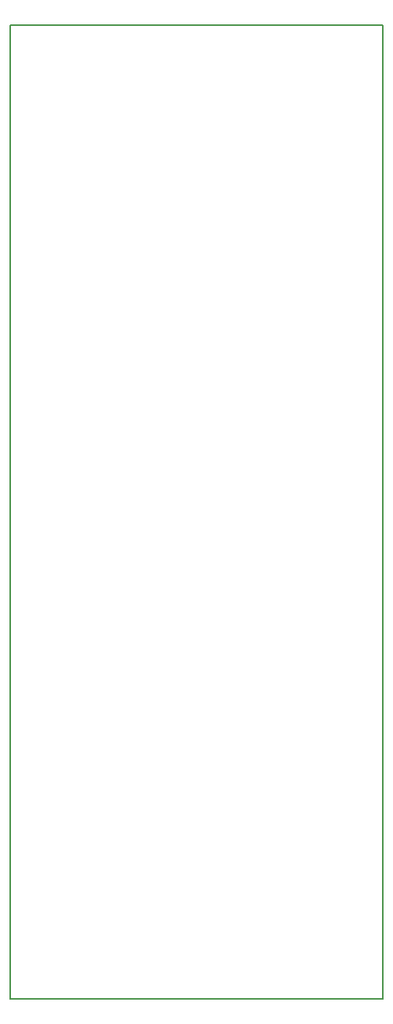
<source format=gbr>
%TF.GenerationSoftware,KiCad,Pcbnew,(5.0.1)-3*%
%TF.CreationDate,2019-04-27T14:05:43+01:00*%
%TF.ProjectId,Fractional clock divider top board,4672616374696F6E616C20636C6F636B,rev?*%
%TF.SameCoordinates,Original*%
%TF.FileFunction,Profile,NP*%
%FSLAX46Y46*%
G04 Gerber Fmt 4.6, Leading zero omitted, Abs format (unit mm)*
G04 Created by KiCad (PCBNEW (5.0.1)-3) date 27/04/2019 14:05:43*
%MOMM*%
%LPD*%
G01*
G04 APERTURE LIST*
%ADD10C,0.150000*%
G04 APERTURE END LIST*
D10*
X55250000Y-15000000D02*
X55250000Y-120000000D01*
X15000000Y-15000000D02*
X55250000Y-15000000D01*
X15000000Y-120000000D02*
X55250000Y-120000000D01*
X15000000Y-15000000D02*
X15000000Y-120000000D01*
M02*

</source>
